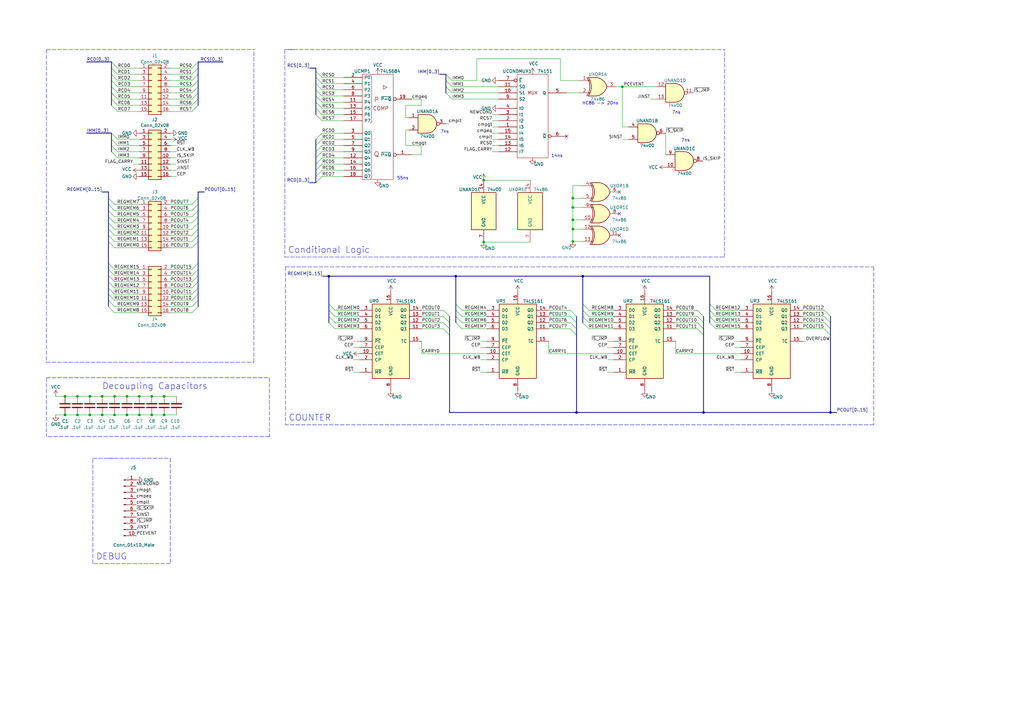
<source format=kicad_sch>
(kicad_sch (version 20211123) (generator eeschema)
  (paper "A3")
  (junction (at 234.95 99.06))
  (junction (at 62.23 162.56))
  (junction (at 340.614 169.164))
  (junction (at 41.91 170.18))
  (junction (at 186.944 113.284))
  (junction (at 134.874 113.284))
  (junction (at 31.75 170.18))
  (junction (at 31.75 162.56))
  (junction (at 234.95 81.28))
  (junction (at 234.95 93.98))
  (junction (at 234.95 90.17))
  (junction (at 67.31 170.18))
  (junction (at 255.27 35.56))
  (junction (at 52.07 162.56))
  (junction (at 46.99 170.18))
  (junction (at 36.83 170.18))
  (junction (at 239.014 113.284))
  (junction (at 26.67 170.18))
  (junction (at 57.15 170.18))
  (junction (at 236.474 169.164))
  (junction (at 41.91 162.56))
  (junction (at 52.07 170.18))
  (junction (at 198.374 73.914))
  (junction (at 57.15 162.56))
  (junction (at 288.544 169.164))
  (junction (at 36.83 162.56))
  (junction (at 234.95 85.09))
  (junction (at 67.31 162.56))
  (junction (at 198.374 99.314))
  (junction (at 26.67 162.56))
  (junction (at 46.99 162.56))
  (junction (at 62.23 170.18))
  (no_connect (at 254 78.74))
  (no_connect (at 232.41 55.88))
  (no_connect (at 254 87.63))
  (no_connect (at 254 96.52))
  (bus_entry (at 45.72 35.56) (size 2.54 2.54))
  (bus_entry (at 81.28 40.64) (size -2.54 2.54))
  (bus_entry (at 81.28 27.94) (size -2.54 2.54))
  (bus_entry (at 48.26 57.15) (size -2.54 -2.54))
  (bus_entry (at 78.74 125.73) (size 2.54 -2.54))
  (bus_entry (at 338.074 127.254) (size 2.54 2.54))
  (bus_entry (at 45.72 33.02) (size 2.54 2.54))
  (bus_entry (at 45.72 27.94) (size 2.54 2.54))
  (bus_entry (at 129.54 34.29) (size 2.54 2.54))
  (bus_entry (at 129.54 41.91) (size 2.54 2.54))
  (bus_entry (at 46.99 96.52) (size -2.54 -2.54))
  (bus_entry (at 78.74 123.19) (size 2.54 -2.54))
  (bus_entry (at 134.874 132.334) (size 2.54 2.54))
  (bus_entry (at 78.74 118.11) (size 2.54 -2.54))
  (bus_entry (at 78.74 96.52) (size 2.54 -2.54))
  (bus_entry (at 44.45 120.65) (size 2.54 2.54))
  (bus_entry (at 338.074 129.794) (size 2.54 2.54))
  (bus_entry (at 129.54 31.75) (size 2.54 2.54))
  (bus_entry (at 186.944 129.794) (size 2.54 2.54))
  (bus_entry (at 186.944 127.254) (size 2.54 2.54))
  (bus_entry (at 291.084 132.334) (size 2.54 2.54))
  (bus_entry (at 185.42 35.56) (size -2.54 -2.54))
  (bus_entry (at 44.45 123.19) (size 2.54 2.54))
  (bus_entry (at 291.084 127.254) (size 2.54 2.54))
  (bus_entry (at 78.74 101.6) (size 2.54 -2.54))
  (bus_entry (at 129.54 36.83) (size 2.54 2.54))
  (bus_entry (at 44.45 110.49) (size 2.54 2.54))
  (bus_entry (at 45.72 43.18) (size 2.54 2.54))
  (bus_entry (at 129.54 72.39) (size 2.54 -2.54))
  (bus_entry (at 286.004 129.794) (size 2.54 2.54))
  (bus_entry (at 286.004 134.874) (size 2.54 2.54))
  (bus_entry (at 129.54 44.45) (size 2.54 2.54))
  (bus_entry (at 78.74 83.82) (size 2.54 -2.54))
  (bus_entry (at 286.004 132.334) (size 2.54 2.54))
  (bus_entry (at 286.004 127.254) (size 2.54 2.54))
  (bus_entry (at 81.28 30.48) (size -2.54 2.54))
  (bus_entry (at 81.28 35.56) (size -2.54 2.54))
  (bus_entry (at 129.54 69.85) (size 2.54 -2.54))
  (bus_entry (at 134.874 124.714) (size 2.54 2.54))
  (bus_entry (at 291.084 129.794) (size 2.54 2.54))
  (bus_entry (at 233.934 132.334) (size 2.54 2.54))
  (bus_entry (at 186.944 124.714) (size 2.54 2.54))
  (bus_entry (at 129.54 29.21) (size 2.54 2.54))
  (bus_entry (at 78.74 113.03) (size 2.54 -2.54))
  (bus_entry (at 46.99 101.6) (size -2.54 -2.54))
  (bus_entry (at 78.74 91.44) (size 2.54 -2.54))
  (bus_entry (at 46.99 83.82) (size -2.54 -2.54))
  (bus_entry (at 78.74 86.36) (size 2.54 -2.54))
  (bus_entry (at 45.72 30.48) (size 2.54 2.54))
  (bus_entry (at 45.72 25.4) (size 2.54 2.54))
  (bus_entry (at 185.42 38.1) (size -2.54 -2.54))
  (bus_entry (at 48.26 59.69) (size -2.54 -2.54))
  (bus_entry (at 233.934 127.254) (size 2.54 2.54))
  (bus_entry (at 186.944 132.334) (size 2.54 2.54))
  (bus_entry (at 233.934 134.874) (size 2.54 2.54))
  (bus_entry (at 338.074 132.334) (size 2.54 2.54))
  (bus_entry (at 48.26 64.77) (size -2.54 -2.54))
  (bus_entry (at 44.45 113.03) (size 2.54 2.54))
  (bus_entry (at 46.99 91.44) (size -2.54 -2.54))
  (bus_entry (at 181.864 127.254) (size 2.54 2.54))
  (bus_entry (at 78.74 115.57) (size 2.54 -2.54))
  (bus_entry (at 44.45 118.11) (size 2.54 2.54))
  (bus_entry (at 45.72 40.64) (size 2.54 2.54))
  (bus_entry (at 78.74 93.98) (size 2.54 -2.54))
  (bus_entry (at 78.74 88.9) (size 2.54 -2.54))
  (bus_entry (at 46.99 88.9) (size -2.54 -2.54))
  (bus_entry (at 239.014 129.794) (size 2.54 2.54))
  (bus_entry (at 129.54 74.93) (size 2.54 -2.54))
  (bus_entry (at 338.074 134.874) (size 2.54 2.54))
  (bus_entry (at 129.54 46.99) (size 2.54 2.54))
  (bus_entry (at 239.014 127.254) (size 2.54 2.54))
  (bus_entry (at 44.45 115.57) (size 2.54 2.54))
  (bus_entry (at 46.99 93.98) (size -2.54 -2.54))
  (bus_entry (at 291.084 124.714) (size 2.54 2.54))
  (bus_entry (at 81.28 33.02) (size -2.54 2.54))
  (bus_entry (at 129.54 64.77) (size 2.54 -2.54))
  (bus_entry (at 129.54 62.23) (size 2.54 -2.54))
  (bus_entry (at 78.74 110.49) (size 2.54 -2.54))
  (bus_entry (at 81.28 43.18) (size -2.54 2.54))
  (bus_entry (at 46.99 86.36) (size -2.54 -2.54))
  (bus_entry (at 129.54 57.15) (size 2.54 -2.54))
  (bus_entry (at 181.864 129.794) (size 2.54 2.54))
  (bus_entry (at 181.864 134.874) (size 2.54 2.54))
  (bus_entry (at 181.864 132.334) (size 2.54 2.54))
  (bus_entry (at 134.874 129.794) (size 2.54 2.54))
  (bus_entry (at 239.014 124.714) (size 2.54 2.54))
  (bus_entry (at 239.014 132.334) (size 2.54 2.54))
  (bus_entry (at 45.72 38.1) (size 2.54 2.54))
  (bus_entry (at 78.74 99.06) (size 2.54 -2.54))
  (bus_entry (at 129.54 59.69) (size 2.54 -2.54))
  (bus_entry (at 78.74 120.65) (size 2.54 -2.54))
  (bus_entry (at 129.54 67.31) (size 2.54 -2.54))
  (bus_entry (at 134.874 127.254) (size 2.54 2.54))
  (bus_entry (at 233.934 129.794) (size 2.54 2.54))
  (bus_entry (at 78.74 128.27) (size 2.54 -2.54))
  (bus_entry (at 81.28 38.1) (size -2.54 2.54))
  (bus_entry (at 44.45 125.73) (size 2.54 2.54))
  (bus_entry (at 48.26 62.23) (size -2.54 -2.54))
  (bus_entry (at 129.54 39.37) (size 2.54 2.54))
  (bus_entry (at 185.42 33.02) (size -2.54 -2.54))
  (bus_entry (at 44.45 107.95) (size 2.54 2.54))
  (bus_entry (at 46.99 99.06) (size -2.54 -2.54))
  (bus_entry (at 81.28 25.4) (size -2.54 2.54))
  (bus_entry (at 185.42 40.64) (size -2.54 -2.54))
  (wire (pts (xy 234.95 90.17) (xy 238.76 90.17)))
  (wire (pts (xy 132.08 57.15) (xy 140.97 57.15)))
  (wire (pts (xy 195.58 24.13) (xy 195.58 33.02)))
  (bus (pts (xy 81.28 78.74) (xy 83.82 78.74)))
  (wire (pts (xy 166.37 48.26) (xy 166.37 43.18)))
  (bus (pts (xy 291.084 113.284) (xy 291.084 124.714)))
  (wire (pts (xy 189.484 129.794) (xy 199.644 129.794)))
  (bus (pts (xy 45.72 59.69) (xy 45.72 62.23)))
  (bus (pts (xy 81.28 78.74) (xy 81.28 81.28)))
  (polyline (pts (xy 110.49 179.07) (xy 19.05 179.07)))
  (wire (pts (xy 36.83 162.56) (xy 41.91 162.56)))
  (wire (pts (xy 132.08 39.37) (xy 140.97 39.37)))
  (bus (pts (xy 184.404 132.334) (xy 184.404 134.874)))
  (wire (pts (xy 78.74 35.56) (xy 69.85 35.56)))
  (wire (pts (xy 132.08 34.29) (xy 140.97 34.29)))
  (bus (pts (xy 134.874 124.714) (xy 134.874 127.254)))
  (bus (pts (xy 184.404 129.794) (xy 184.404 132.334)))
  (wire (pts (xy 252.73 35.56) (xy 255.27 35.56)))
  (bus (pts (xy 81.28 93.98) (xy 81.28 96.52)))
  (wire (pts (xy 145.034 142.494) (xy 147.574 142.494)))
  (bus (pts (xy 44.45 83.82) (xy 44.45 86.36)))
  (wire (pts (xy 255.27 52.07) (xy 255.27 35.56)))
  (wire (pts (xy 329.184 134.874) (xy 338.074 134.874)))
  (polyline (pts (xy 19.05 148.59) (xy 104.14 148.59)))
  (bus (pts (xy 236.474 132.334) (xy 236.474 134.874)))
  (wire (pts (xy 201.93 54.61) (xy 204.47 54.61)))
  (wire (pts (xy 225.044 145.034) (xy 225.044 139.954)))
  (wire (pts (xy 189.484 132.334) (xy 199.644 132.334)))
  (wire (pts (xy 145.034 147.574) (xy 147.574 147.574)))
  (wire (pts (xy 69.85 123.19) (xy 78.74 123.19)))
  (wire (pts (xy 69.85 99.06) (xy 78.74 99.06)))
  (wire (pts (xy 241.554 129.794) (xy 251.714 129.794)))
  (wire (pts (xy 48.26 38.1) (xy 57.15 38.1)))
  (wire (pts (xy 184.15 50.8) (xy 182.88 50.8)))
  (wire (pts (xy 69.85 86.36) (xy 78.74 86.36)))
  (wire (pts (xy 78.74 45.72) (xy 69.85 45.72)))
  (bus (pts (xy 127 74.93) (xy 129.54 74.93)))
  (polyline (pts (xy 19.05 154.94) (xy 110.49 154.94)))
  (bus (pts (xy 340.614 137.414) (xy 340.614 169.164)))
  (wire (pts (xy 257.81 52.07) (xy 255.27 52.07)))
  (wire (pts (xy 78.74 40.64) (xy 69.85 40.64)))
  (wire (pts (xy 69.85 72.39) (xy 72.39 72.39)))
  (bus (pts (xy 41.91 78.74) (xy 44.45 78.74)))
  (bus (pts (xy 81.28 96.52) (xy 81.28 99.06)))
  (wire (pts (xy 234.95 76.2) (xy 238.76 76.2)))
  (wire (pts (xy 225.044 132.334) (xy 233.934 132.334)))
  (bus (pts (xy 291.084 124.714) (xy 291.084 127.254)))
  (wire (pts (xy 57.15 101.6) (xy 46.99 101.6)))
  (bus (pts (xy 81.28 81.28) (xy 81.28 83.82)))
  (wire (pts (xy 137.414 127.254) (xy 147.574 127.254)))
  (bus (pts (xy 129.54 67.31) (xy 129.54 64.77)))
  (wire (pts (xy 168.91 40.64) (xy 172.72 40.64)))
  (wire (pts (xy 166.37 53.34) (xy 167.64 53.34)))
  (bus (pts (xy 44.45 91.44) (xy 44.45 93.98)))
  (wire (pts (xy 277.114 127.254) (xy 286.004 127.254)))
  (bus (pts (xy 129.54 59.69) (xy 129.54 57.15)))
  (bus (pts (xy 239.014 127.254) (xy 239.014 129.794)))
  (wire (pts (xy 46.99 88.9) (xy 57.15 88.9)))
  (polyline (pts (xy 116.84 105.41) (xy 297.18 105.41)))
  (wire (pts (xy 69.85 88.9) (xy 78.74 88.9)))
  (polyline (pts (xy 110.49 154.94) (xy 110.49 179.07)))
  (wire (pts (xy 69.85 110.49) (xy 78.74 110.49)))
  (wire (pts (xy 132.08 36.83) (xy 140.97 36.83)))
  (wire (pts (xy 273.05 63.5) (xy 273.05 54.61)))
  (wire (pts (xy 132.08 54.61) (xy 140.97 54.61)))
  (wire (pts (xy 57.15 64.77) (xy 48.26 64.77)))
  (wire (pts (xy 255.27 35.56) (xy 269.24 35.56)))
  (wire (pts (xy 293.624 127.254) (xy 303.784 127.254)))
  (bus (pts (xy 184.404 134.874) (xy 184.404 137.414)))
  (wire (pts (xy 201.93 57.15) (xy 204.47 57.15)))
  (bus (pts (xy 44.45 96.52) (xy 44.45 99.06)))
  (wire (pts (xy 185.42 40.64) (xy 204.47 40.64)))
  (bus (pts (xy 129.54 29.21) (xy 129.54 31.75)))
  (wire (pts (xy 201.93 62.23) (xy 204.47 62.23)))
  (wire (pts (xy 48.26 35.56) (xy 57.15 35.56)))
  (wire (pts (xy 46.99 123.19) (xy 57.15 123.19)))
  (bus (pts (xy 129.54 44.45) (xy 129.54 46.99)))
  (wire (pts (xy 57.15 57.15) (xy 48.26 57.15)))
  (bus (pts (xy 291.084 129.794) (xy 291.084 132.334)))
  (wire (pts (xy 277.114 132.334) (xy 286.004 132.334)))
  (bus (pts (xy 129.54 31.75) (xy 129.54 34.29)))
  (wire (pts (xy 225.044 127.254) (xy 233.934 127.254)))
  (bus (pts (xy 186.944 124.714) (xy 186.944 127.254)))
  (wire (pts (xy 132.08 46.99) (xy 140.97 46.99)))
  (bus (pts (xy 44.45 110.49) (xy 44.45 113.03)))
  (wire (pts (xy 57.15 170.18) (xy 52.07 170.18)))
  (wire (pts (xy 137.414 132.334) (xy 147.574 132.334)))
  (wire (pts (xy 31.75 170.18) (xy 26.67 170.18)))
  (bus (pts (xy 340.614 132.334) (xy 340.614 134.874)))
  (bus (pts (xy 45.72 35.56) (xy 45.72 38.1)))
  (wire (pts (xy 69.85 101.6) (xy 78.74 101.6)))
  (bus (pts (xy 127 27.94) (xy 129.54 27.94)))
  (bus (pts (xy 182.88 30.48) (xy 180.34 30.48)))
  (bus (pts (xy 129.54 34.29) (xy 129.54 36.83)))
  (wire (pts (xy 46.99 170.18) (xy 41.91 170.18)))
  (bus (pts (xy 45.72 33.02) (xy 45.72 35.56)))
  (wire (pts (xy 172.974 129.794) (xy 181.864 129.794)))
  (wire (pts (xy 198.374 73.914) (xy 217.424 73.914)))
  (bus (pts (xy 44.45 120.65) (xy 44.45 123.19)))
  (bus (pts (xy 45.72 25.4) (xy 45.72 27.94)))
  (wire (pts (xy 132.08 69.85) (xy 140.97 69.85)))
  (wire (pts (xy 72.39 64.77) (xy 69.85 64.77)))
  (bus (pts (xy 81.28 88.9) (xy 81.28 91.44)))
  (wire (pts (xy 277.114 129.794) (xy 286.004 129.794)))
  (wire (pts (xy 46.99 115.57) (xy 57.15 115.57)))
  (bus (pts (xy 129.54 41.91) (xy 129.54 44.45)))
  (wire (pts (xy 232.41 38.1) (xy 237.49 38.1)))
  (wire (pts (xy 301.244 152.654) (xy 303.784 152.654)))
  (bus (pts (xy 81.28 30.48) (xy 81.28 33.02)))
  (bus (pts (xy 236.474 134.874) (xy 236.474 137.414)))
  (wire (pts (xy 57.15 62.23) (xy 48.26 62.23)))
  (wire (pts (xy 241.554 132.334) (xy 251.714 132.334)))
  (wire (pts (xy 72.39 62.23) (xy 69.85 62.23)))
  (bus (pts (xy 239.014 124.714) (xy 239.014 127.254)))
  (wire (pts (xy 201.93 52.07) (xy 204.47 52.07)))
  (wire (pts (xy 293.624 134.874) (xy 303.784 134.874)))
  (wire (pts (xy 72.39 59.69) (xy 69.85 59.69)))
  (wire (pts (xy 293.624 129.794) (xy 303.784 129.794)))
  (wire (pts (xy 167.64 48.26) (xy 166.37 48.26)))
  (bus (pts (xy 340.614 134.874) (xy 340.614 137.414)))
  (bus (pts (xy 81.28 83.82) (xy 81.28 86.36)))
  (wire (pts (xy 78.74 38.1) (xy 69.85 38.1)))
  (bus (pts (xy 129.54 39.37) (xy 129.54 41.91)))
  (polyline (pts (xy 69.85 231.14) (xy 38.1 231.14)))
  (wire (pts (xy 72.39 69.85) (xy 69.85 69.85)))
  (wire (pts (xy 69.85 93.98) (xy 78.74 93.98)))
  (polyline (pts (xy 19.05 154.94) (xy 19.05 179.07)))
  (wire (pts (xy 41.91 162.56) (xy 46.99 162.56)))
  (wire (pts (xy 57.15 170.18) (xy 62.23 170.18)))
  (wire (pts (xy 255.27 57.15) (xy 257.81 57.15)))
  (polyline (pts (xy 358.394 174.244) (xy 117.094 174.244)))
  (bus (pts (xy 44.45 93.98) (xy 44.45 96.52)))
  (bus (pts (xy 129.54 72.39) (xy 129.54 69.85)))
  (polyline (pts (xy 19.05 20.32) (xy 19.05 148.59)))
  (wire (pts (xy 78.74 30.48) (xy 69.85 30.48)))
  (wire (pts (xy 197.104 147.574) (xy 199.644 147.574)))
  (bus (pts (xy 81.28 99.06) (xy 81.28 107.95)))
  (wire (pts (xy 46.99 110.49) (xy 57.15 110.49)))
  (bus (pts (xy 45.72 57.15) (xy 45.72 59.69)))
  (wire (pts (xy 145.034 152.654) (xy 147.574 152.654)))
  (polyline (pts (xy 117.094 109.474) (xy 117.094 174.244)))
  (wire (pts (xy 172.974 134.874) (xy 181.864 134.874)))
  (wire (pts (xy 57.15 59.69) (xy 48.26 59.69)))
  (wire (pts (xy 46.99 96.52) (xy 57.15 96.52)))
  (bus (pts (xy 186.944 129.794) (xy 186.944 132.334)))
  (wire (pts (xy 48.26 33.02) (xy 57.15 33.02)))
  (wire (pts (xy 301.244 142.494) (xy 303.784 142.494)))
  (wire (pts (xy 234.95 81.28) (xy 238.76 81.28)))
  (wire (pts (xy 172.974 139.954) (xy 172.974 145.034)))
  (bus (pts (xy 81.28 86.36) (xy 81.28 88.9)))
  (bus (pts (xy 236.474 169.164) (xy 288.544 169.164)))
  (wire (pts (xy 234.95 93.98) (xy 234.95 99.06)))
  (wire (pts (xy 197.104 139.954) (xy 199.644 139.954)))
  (wire (pts (xy 46.99 99.06) (xy 57.15 99.06)))
  (bus (pts (xy 44.45 88.9) (xy 44.45 91.44)))
  (bus (pts (xy 288.544 134.874) (xy 288.544 137.414)))
  (bus (pts (xy 44.45 78.74) (xy 44.45 81.28)))
  (bus (pts (xy 81.28 91.44) (xy 81.28 93.98)))
  (wire (pts (xy 41.91 170.18) (xy 36.83 170.18)))
  (wire (pts (xy 234.95 85.09) (xy 238.76 85.09)))
  (bus (pts (xy 236.474 129.794) (xy 236.474 132.334)))
  (wire (pts (xy 132.08 49.53) (xy 140.97 49.53)))
  (wire (pts (xy 22.86 162.56) (xy 26.67 162.56)))
  (wire (pts (xy 48.26 43.18) (xy 57.15 43.18)))
  (bus (pts (xy 81.28 113.03) (xy 81.28 115.57)))
  (bus (pts (xy 81.28 110.49) (xy 81.28 113.03)))
  (wire (pts (xy 72.39 67.31) (xy 69.85 67.31)))
  (bus (pts (xy 182.88 30.48) (xy 182.88 33.02)))
  (bus (pts (xy 236.474 137.414) (xy 236.474 169.164)))
  (wire (pts (xy 46.99 93.98) (xy 57.15 93.98)))
  (wire (pts (xy 266.7 40.64) (xy 269.24 40.64)))
  (bus (pts (xy 134.874 127.254) (xy 134.874 129.794)))
  (wire (pts (xy 195.58 33.02) (xy 185.42 33.02)))
  (wire (pts (xy 46.99 118.11) (xy 57.15 118.11)))
  (bus (pts (xy 182.88 35.56) (xy 182.88 38.1)))
  (wire (pts (xy 198.374 99.314) (xy 217.424 99.314)))
  (wire (pts (xy 46.99 162.56) (xy 52.07 162.56)))
  (wire (pts (xy 69.85 120.65) (xy 78.74 120.65)))
  (wire (pts (xy 234.95 99.06) (xy 238.76 99.06)))
  (wire (pts (xy 132.08 62.23) (xy 140.97 62.23)))
  (wire (pts (xy 329.184 127.254) (xy 338.074 127.254)))
  (bus (pts (xy 81.28 35.56) (xy 81.28 38.1)))
  (wire (pts (xy 234.95 76.2) (xy 234.95 81.28)))
  (wire (pts (xy 69.85 118.11) (xy 78.74 118.11)))
  (wire (pts (xy 36.83 170.18) (xy 31.75 170.18)))
  (wire (pts (xy 277.114 139.954) (xy 277.114 145.034)))
  (wire (pts (xy 52.07 170.18) (xy 46.99 170.18)))
  (bus (pts (xy 44.45 81.28) (xy 44.45 83.82)))
  (wire (pts (xy 201.93 59.69) (xy 204.47 59.69)))
  (bus (pts (xy 291.084 127.254) (xy 291.084 129.794)))
  (wire (pts (xy 57.15 162.56) (xy 62.23 162.56)))
  (wire (pts (xy 172.72 40.64) (xy 172.72 43.18)))
  (wire (pts (xy 172.974 132.334) (xy 181.864 132.334)))
  (bus (pts (xy 239.014 129.794) (xy 239.014 132.334)))
  (wire (pts (xy 249.174 139.954) (xy 251.714 139.954)))
  (bus (pts (xy 44.45 118.11) (xy 44.45 120.65)))
  (bus (pts (xy 129.54 62.23) (xy 129.54 59.69)))
  (bus (pts (xy 44.45 99.06) (xy 44.45 107.95)))
  (wire (pts (xy 132.08 41.91) (xy 140.97 41.91)))
  (bus (pts (xy 44.45 107.95) (xy 44.45 110.49)))
  (wire (pts (xy 69.85 113.03) (xy 78.74 113.03)))
  (wire (pts (xy 277.114 145.034) (xy 303.784 145.034)))
  (bus (pts (xy 81.28 27.94) (xy 81.28 30.48)))
  (bus (pts (xy 81.28 107.95) (xy 81.28 110.49)))
  (bus (pts (xy 129.54 64.77) (xy 129.54 62.23)))
  (bus (pts (xy 134.874 129.794) (xy 134.874 132.334)))
  (polyline (pts (xy 116.84 20.32) (xy 116.84 105.41)))
  (wire (pts (xy 241.554 127.254) (xy 251.714 127.254)))
  (wire (pts (xy 185.42 38.1) (xy 204.47 38.1)))
  (wire (pts (xy 46.99 125.73) (xy 57.15 125.73)))
  (polyline (pts (xy 104.14 148.59) (xy 104.14 20.32)))
  (polyline (pts (xy 117.094 109.474) (xy 358.394 109.474)))
  (wire (pts (xy 145.034 139.954) (xy 147.574 139.954)))
  (bus (pts (xy 44.45 123.19) (xy 44.45 125.73)))
  (wire (pts (xy 62.23 162.56) (xy 67.31 162.56)))
  (polyline (pts (xy 358.394 109.474) (xy 358.394 174.244)))
  (wire (pts (xy 132.08 72.39) (xy 140.97 72.39)))
  (bus (pts (xy 340.614 129.794) (xy 340.614 132.334)))
  (bus (pts (xy 182.88 33.02) (xy 182.88 35.56)))
  (wire (pts (xy 172.974 145.034) (xy 199.644 145.034)))
  (wire (pts (xy 67.31 170.18) (xy 62.23 170.18)))
  (wire (pts (xy 132.08 31.75) (xy 140.97 31.75)))
  (wire (pts (xy 48.26 30.48) (xy 57.15 30.48)))
  (bus (pts (xy 288.544 132.334) (xy 288.544 134.874)))
  (wire (pts (xy 52.07 162.56) (xy 57.15 162.56)))
  (polyline (pts (xy 38.1 187.96) (xy 46.99 187.96)))
  (polyline (pts (xy 69.85 187.96) (xy 69.85 231.14)))
  (wire (pts (xy 69.85 91.44) (xy 78.74 91.44)))
  (bus (pts (xy 81.28 33.02) (xy 81.28 35.56)))
  (bus (pts (xy 81.28 25.4) (xy 91.44 25.4)))
  (wire (pts (xy 241.554 134.874) (xy 251.714 134.874)))
  (wire (pts (xy 189.484 127.254) (xy 199.644 127.254)))
  (bus (pts (xy 132.334 113.284) (xy 134.874 113.284)))
  (wire (pts (xy 69.85 125.73) (xy 78.74 125.73)))
  (wire (pts (xy 225.044 134.874) (xy 233.934 134.874)))
  (wire (pts (xy 48.26 40.64) (xy 57.15 40.64)))
  (wire (pts (xy 301.244 147.574) (xy 303.784 147.574)))
  (wire (pts (xy 166.37 43.18) (xy 172.72 43.18)))
  (bus (pts (xy 129.54 74.93) (xy 129.54 72.39)))
  (wire (pts (xy 229.87 33.02) (xy 229.87 24.13)))
  (bus (pts (xy 44.45 115.57) (xy 44.45 118.11)))
  (wire (pts (xy 197.104 142.494) (xy 199.644 142.494)))
  (bus (pts (xy 81.28 115.57) (xy 81.28 118.11)))
  (wire (pts (xy 168.91 63.5) (xy 172.72 63.5)))
  (wire (pts (xy 277.114 134.874) (xy 286.004 134.874)))
  (bus (pts (xy 45.72 54.61) (xy 35.56 54.61)))
  (bus (pts (xy 129.54 69.85) (xy 129.54 67.31)))
  (wire (pts (xy 48.26 27.94) (xy 57.15 27.94)))
  (wire (pts (xy 78.74 27.94) (xy 69.85 27.94)))
  (polyline (pts (xy 118.11 20.32) (xy 297.18 20.32)))
  (wire (pts (xy 225.044 129.794) (xy 233.934 129.794)))
  (wire (pts (xy 26.67 170.18) (xy 22.86 170.18)))
  (wire (pts (xy 137.414 134.874) (xy 147.574 134.874)))
  (bus (pts (xy 81.28 118.11) (xy 81.28 120.65)))
  (wire (pts (xy 172.72 59.69) (xy 166.37 59.69)))
  (wire (pts (xy 69.85 83.82) (xy 78.74 83.82)))
  (bus (pts (xy 186.944 127.254) (xy 186.944 129.794)))
  (wire (pts (xy 237.49 33.02) (xy 229.87 33.02)))
  (bus (pts (xy 44.45 113.03) (xy 44.45 115.57)))
  (wire (pts (xy 172.974 127.254) (xy 181.864 127.254)))
  (wire (pts (xy 46.99 120.65) (xy 57.15 120.65)))
  (bus (pts (xy 184.404 137.414) (xy 184.404 169.164)))
  (bus (pts (xy 184.404 169.164) (xy 236.474 169.164)))
  (bus (pts (xy 340.614 169.164) (xy 343.154 169.164)))
  (bus (pts (xy 288.544 169.164) (xy 340.614 169.164)))
  (polyline (pts (xy 120.65 20.32) (xy 116.84 20.32)))
  (wire (pts (xy 132.08 44.45) (xy 140.97 44.45)))
  (wire (pts (xy 172.72 63.5) (xy 172.72 59.69)))
  (wire (pts (xy 329.184 139.954) (xy 330.454 139.954)))
  (wire (pts (xy 54.61 67.31) (xy 57.15 67.31)))
  (polyline (pts (xy 19.05 20.32) (xy 104.14 20.32)))
  (wire (pts (xy 293.624 132.334) (xy 303.784 132.334)))
  (bus (pts (xy 45.72 38.1) (xy 45.72 40.64)))
  (wire (pts (xy 234.95 90.17) (xy 234.95 93.98)))
  (wire (pts (xy 46.99 86.36) (xy 57.15 86.36)))
  (wire (pts (xy 69.85 96.52) (xy 78.74 96.52)))
  (bus (pts (xy 288.544 129.794) (xy 288.544 132.334)))
  (wire (pts (xy 166.37 59.69) (xy 166.37 53.34)))
  (bus (pts (xy 45.72 27.94) (xy 45.72 30.48)))
  (bus (pts (xy 81.28 40.64) (xy 81.28 43.18)))
  (wire (pts (xy 229.87 24.13) (xy 195.58 24.13)))
  (bus (pts (xy 44.45 86.36) (xy 44.45 88.9)))
  (bus (pts (xy 129.54 36.83) (xy 129.54 39.37)))
  (polyline (pts (xy 38.1 231.14) (xy 38.1 187.96)))
  (bus (pts (xy 45.72 30.48) (xy 45.72 33.02)))
  (bus (pts (xy 186.944 113.284) (xy 239.014 113.284)))
  (wire (pts (xy 72.39 170.18) (xy 67.31 170.18)))
  (wire (pts (xy 46.99 91.44) (xy 57.15 91.44)))
  (bus (pts (xy 81.28 25.4) (xy 81.28 27.94)))
  (bus (pts (xy 134.874 113.284) (xy 134.874 124.714)))
  (wire (pts (xy 132.08 59.69) (xy 140.97 59.69)))
  (bus (pts (xy 81.28 123.19) (xy 81.28 125.73)))
  (wire (pts (xy 329.184 132.334) (xy 338.074 132.334)))
  (wire (pts (xy 185.42 35.56) (xy 204.47 35.56)))
  (bus (pts (xy 45.72 40.64) (xy 45.72 43.18)))
  (bus (pts (xy 45.72 54.61) (xy 45.72 57.15)))
  (wire (pts (xy 249.174 142.494) (xy 251.714 142.494)))
  (wire (pts (xy 329.184 129.794) (xy 338.074 129.794)))
  (bus (pts (xy 45.72 25.4) (xy 35.56 25.4)))
  (wire (pts (xy 132.08 64.77) (xy 140.97 64.77)))
  (wire (pts (xy 234.95 81.28) (xy 234.95 85.09)))
  (wire (pts (xy 78.74 33.02) (xy 69.85 33.02)))
  (wire (pts (xy 72.39 162.56) (xy 67.31 162.56)))
  (wire (pts (xy 132.08 67.31) (xy 140.97 67.31)))
  (wire (pts (xy 234.95 85.09) (xy 234.95 90.17)))
  (polyline (pts (xy 297.18 105.41) (xy 297.18 20.32)))
  (bus (pts (xy 81.28 38.1) (xy 81.28 40.64)))
  (wire (pts (xy 249.174 152.654) (xy 251.714 152.654)))
  (wire (pts (xy 46.99 83.82) (xy 57.15 83.82)))
  (wire (pts (xy 78.74 43.18) (xy 69.85 43.18)))
  (bus (pts (xy 239.014 113.284) (xy 291.084 113.284)))
  (wire (pts (xy 197.104 152.654) (xy 199.644 152.654)))
  (polyline (pts (xy 44.45 187.96) (xy 69.85 187.96)))
  (wire (pts (xy 201.93 46.99) (xy 204.47 46.99)))
  (wire (pts (xy 225.044 145.034) (xy 251.714 145.034)))
  (wire (pts (xy 69.85 128.27) (xy 78.74 128.27)))
  (wire (pts (xy 137.414 129.794) (xy 147.574 129.794)))
  (wire (pts (xy 249.174 147.574) (xy 251.714 147.574)))
  (wire (pts (xy 31.75 162.56) (xy 36.83 162.56)))
  (bus (pts (xy 134.874 113.284) (xy 186.944 113.284)))
  (wire (pts (xy 46.99 113.03) (xy 57.15 113.03)))
  (bus (pts (xy 81.28 120.65) (xy 81.28 123.19)))
  (wire (pts (xy 201.93 49.53) (xy 204.47 49.53)))
  (wire (pts (xy 69.85 115.57) (xy 78.74 115.57)))
  (bus (pts (xy 239.014 113.284) (xy 239.014 124.714)))
  (wire (pts (xy 26.67 162.56) (xy 31.75 162.56)))
  (wire (pts (xy 234.95 93.98) (xy 238.76 93.98)))
  (bus (pts (xy 129.54 27.94) (xy 129.54 29.21)))
  (wire (pts (xy 48.26 45.72) (xy 57.15 45.72)))
  (bus (pts (xy 186.944 113.284) (xy 186.944 124.714)))
  (bus (pts (xy 288.544 137.414) (xy 288.544 169.164)))
  (wire (pts (xy 46.99 128.27) (xy 57.15 128.27)))
  (wire (pts (xy 301.244 139.954) (xy 303.784 139.954)))
  (wire (pts (xy 189.484 134.874) (xy 199.644 134.874)))
  (text "7ns" (at 279.4 58.42 0) (effects (font (size 1.27 1.27)) (justify left bottom)))
  (text "55ns" (at 162.814 73.914 0) (effects (font (size 1.27 1.27)) (justify left bottom)))
  (text "Decoupling Capacitors" (at 41.91 160.02 0) (effects (font (size 2.54 2.54)) (justify left bottom)))
  (text "DEBUG" (at 39.37 229.87 0) (effects (font (size 2.54 2.54)) (justify left bottom)))
  (text "COUNTER" (at 118.364 172.974 0) (effects (font (size 2.54 2.54)) (justify left bottom)))
  (text "HC86 -> 20ns" (at 238.76 43.18 0) (effects (font (size 1.27 1.27)) (justify left bottom)))
  (text "Conditional Logic" (at 118.11 104.14 0) (effects (font (size 2.54 2.54)) (justify left bottom)))
  (text "14ns" (at 226.06 64.77 0) (effects (font (size 1.27 1.27)) (justify left bottom)))
  (text "7ns" (at 180.594 54.864 0) (effects (font (size 1.27 1.27)) (justify left bottom)))
  (text "7ns" (at 275.59 46.99 0) (effects (font (size 1.27 1.27)) (justify left bottom)))
  (label "IMM3" (at 185.42 40.64 0))
  (label "~{IS_SKIP}" (at 273.05 54.61 0))
  (label "RCS7" (at 78.74 45.72 180))
  (label "RCS7" (at 132.08 49.53 0))
  (label "RCD[0..3]" (at 35.56 25.4 0))
  (label "PCOUT9" (at 277.114 129.794 0))
  (label "CEP" (at 301.244 142.494 180))
  (label "NEWCOND" (at 201.93 46.99 180))
  (label "CARRY1" (at 225.044 145.034 0))
  (label "REGMEM2" (at 147.574 132.334 180))
  (label "IMM2" (at 48.26 62.23 0))
  (label "RCD7" (at 132.08 72.39 0))
  (label "REGMEM6" (at 57.15 86.36 180))
  (label "CEP" (at 197.104 142.494 180))
  (label "PCOUT2" (at 69.85 96.52 0))
  (label "REGMEM8" (at 251.714 127.254 180))
  (label "REGMEM0" (at 147.574 127.254 180))
  (label "REGMEM15" (at 57.15 110.49 180))
  (label "PCOUT[0..15]" (at 83.82 78.74 0))
  (label "FLAG_CARRY" (at 201.93 62.23 180))
  (label "IMM0" (at 185.42 33.02 0))
  (label "RCS0" (at 132.08 31.75 0))
  (label "RCS4" (at 78.74 38.1 180))
  (label "REGMEM4" (at 57.15 91.44 180))
  (label "RCS2" (at 78.74 33.02 180))
  (label "PCOUT3" (at 69.85 93.98 0))
  (label "REGMEM5" (at 199.644 129.794 180))
  (label "PCOUT12" (at 329.184 127.254 0))
  (label "CARRY0" (at 172.974 145.034 0))
  (label "RCD3" (at 132.08 62.23 0))
  (label "REGMEM10" (at 57.15 123.19 180))
  (label "~{RST}" (at 197.104 152.654 180))
  (label "~{IS_JMP}" (at 249.174 139.954 180))
  (label "PCOUT2" (at 172.974 132.334 0))
  (label "PCOUT8" (at 69.85 128.27 0))
  (label "PCOUT6" (at 69.85 86.36 0))
  (label "REGMEM14" (at 57.15 113.03 180))
  (label "IMM1" (at 48.26 59.69 0))
  (label "cmpgt" (at 55.88 201.93 0))
  (label "~{IS_JMP}" (at 55.88 214.63 0))
  (label "JINST" (at 266.7 40.64 180))
  (label "IMM[0..3]" (at 35.56 54.61 0))
  (label "RCS6" (at 132.08 46.99 0))
  (label "RCS5" (at 78.74 40.64 180))
  (label "SINST" (at 72.39 67.31 0))
  (label "cmpgt" (at 201.93 52.07 180))
  (label "PCOUT13" (at 69.85 115.57 0))
  (label "RCD5" (at 48.26 40.64 0))
  (label "CEP" (at 145.034 142.494 180))
  (label "IMM0" (at 48.26 57.15 0))
  (label "RCD4" (at 48.26 38.1 0))
  (label "PCOUT0" (at 172.974 127.254 0))
  (label "PCOUT10" (at 277.114 132.334 0))
  (label "RCD1" (at 48.26 30.48 0))
  (label "REGMEM3" (at 147.574 134.874 180))
  (label "cmplt" (at 201.93 57.15 180))
  (label "IMM1" (at 185.42 35.56 0))
  (label "PCOUT15" (at 69.85 110.49 0))
  (label "cmplt" (at 55.88 207.01 0))
  (label "~{IS_SKIP}" (at 55.88 209.55 0))
  (label "PCOUT4" (at 225.044 127.254 0))
  (label "IS_SKIP" (at 288.29 66.04 0))
  (label "REGMEM12" (at 57.15 118.11 180))
  (label "PCOUT5" (at 225.044 129.794 0))
  (label "REGMEM1" (at 57.15 99.06 180))
  (label "PCEVENT" (at 264.16 35.56 180))
  (label "REGMEM[0..15]" (at 41.91 78.74 180))
  (label "JINST" (at 55.88 217.17 0))
  (label "PCOUT9" (at 69.85 125.73 0))
  (label "SINST" (at 255.27 57.15 180))
  (label "PCOUT13" (at 329.184 129.794 0))
  (label "PCOUT8" (at 277.114 127.254 0))
  (label "RCS4" (at 132.08 41.91 0))
  (label "REGMEM6" (at 199.644 132.334 180))
  (label "PCEVENT" (at 55.88 219.71 0))
  (label "RCD[0..3]" (at 127 74.93 180))
  (label "CLK_WB" (at 72.39 62.23 0))
  (label "RCS3" (at 78.74 35.56 180))
  (label "REGMEM9" (at 57.15 125.73 180))
  (label "PCOUT12" (at 69.85 118.11 0))
  (label "PCOUT11" (at 277.114 134.874 0))
  (label "REGMEM0" (at 57.15 101.6 180))
  (label "RCD2" (at 132.08 59.69 0))
  (label "cmpeq" (at 201.93 54.61 180))
  (label "NEWCOND" (at 55.88 199.39 0))
  (label "~{RST}" (at 145.034 152.654 180))
  (label "RCD1" (at 132.08 57.15 0))
  (label "RCD5" (at 132.08 67.31 0))
  (label "RCD3" (at 48.26 35.56 0))
  (label "~{RST}" (at 301.244 152.654 180))
  (label "PCOUT1" (at 69.85 99.06 0))
  (label "REGMEM11" (at 57.15 120.65 180))
  (label "RCD0" (at 132.08 54.61 0))
  (label "REGMEM1" (at 147.574 129.794 180))
  (label "REGMEM13" (at 57.15 115.57 180))
  (label "REGMEM15" (at 303.784 134.874 180))
  (label "cmpeq" (at 168.91 40.64 0))
  (label "CARRY2" (at 277.114 145.034 0))
  (label "PCOUT1" (at 172.974 129.794 0))
  (label "RCS2" (at 132.08 36.83 0))
  (label "~{RST}" (at 249.174 152.654 180))
  (label "REGMEM10" (at 251.714 132.334 180))
  (label "RCD4" (at 132.08 64.77 0))
  (label "PCOUT10" (at 69.85 123.19 0))
  (label "REGMEM7" (at 199.644 134.874 180))
  (label "RCS0" (at 78.74 27.94 180))
  (label "PCOUT14" (at 69.85 113.03 0))
  (label "IMM3" (at 48.26 64.77 0))
  (label "PCOUT[0..15]" (at 343.154 169.164 0))
  (label "RCD7" (at 48.26 45.72 0))
  (label "~{IS_JMP}" (at 284.48 38.1 0))
  (label "OVERFLOW" (at 330.454 139.954 0))
  (label "REGMEM14" (at 303.784 132.334 180))
  (label "JINST" (at 72.39 69.85 0))
  (label "RCS5" (at 132.08 44.45 0))
  (label "RCD6" (at 132.08 69.85 0))
  (label "cmplt" (at 183.896 50.546 0))
  (label "REGMEM3" (at 57.15 93.98 180))
  (label "IS_SKIP" (at 72.39 64.77 0))
  (label "~{IS_JMP}" (at 301.244 139.954 180))
  (label "RCS0" (at 201.93 59.69 180))
  (label "REGMEM4" (at 199.644 127.254 180))
  (label "RCS7" (at 201.93 49.53 180))
  (label "PCOUT11" (at 69.85 120.65 0))
  (label "cmpeq" (at 55.88 204.47 0))
  (label "PCOUT4" (at 69.85 91.44 0))
  (label "IMM2" (at 185.42 38.1 0))
  (label "CEP" (at 72.39 72.39 0))
  (label "SINST" (at 55.88 212.09 0))
  (label "CEP" (at 249.174 142.494 180))
  (label "PCOUT15" (at 329.184 134.874 0))
  (label "PCOUT7" (at 69.85 83.82 0))
  (label "REGMEM12" (at 303.784 127.254 180))
  (label "REGMEM[0..15]" (at 132.334 113.284 180))
  (label "REGMEM8" (at 57.15 128.27 180))
  (label "RCS6" (at 78.74 43.18 180))
  (label "REGMEM11" (at 251.714 134.874 180))
  (label "PCOUT0" (at 69.85 101.6 0))
  (label "~{RST}" (at 72.39 59.69 0))
  (label "REGMEM13" (at 303.784 129.794 180))
  (label "PCOUT6" (at 225.044 132.334 0))
  (label "CLK_WB" (at 249.174 147.574 180))
  (label "REGMEM5" (at 57.15 88.9 180))
  (label "RCS[0..3]" (at 91.44 25.4 180))
  (label "RCS1" (at 132.08 34.29 0))
  (label "PCOUT7" (at 225.044 134.874 0))
  (label "RCS3" (at 132.08 39.37 0))
  (label "PCOUT3" (at 172.974 134.874 0))
  (label "FLAG_CARRY" (at 54.61 67.31 180))
  (label "RCS1" (at 78.74 30.48 180))
  (label "cmpgt" (at 168.91 59.69 0))
  (label "~{IS_JMP}" (at 197.104 139.954 180))
  (label "REGMEM9" (at 251.714 129.794 180))
  (label "IMM[0..3]" (at 180.34 30.48 180))
  (label "PCOUT14" (at 329.184 132.334 0))
  (label "PCOUT5" (at 69.85 88.9 0))
  (label "RCD6" (at 48.26 43.18 0))
  (label "RCD2" (at 48.26 33.02 0))
  (label "RCD0" (at 48.26 27.94 0))
  (label "REGMEM7" (at 57.15 83.82 180))
  (label "~{IS_JMP}" (at 145.034 139.954 180))
  (label "CLK_WB" (at 145.034 147.574 180))
  (label "CLK_WB" (at 301.244 147.574 180))
  (label "CLK_WB" (at 197.104 147.574 180))
  (label "REGMEM2" (at 57.15 96.52 180))
  (label "RCS[0..3]" (at 127 27.94 180))
  (symbol (lib_id "power:VCC") (at 57.15 69.85 90) (unit 1)
    (property "Reference" "#PWR0102" (effects hide))
    (property "Value" "VCC" (at 53.9242 69.3928 90) (effects (justify left)))
  )
  (symbol (lib_id "power:VCC") (at 273.05 68.58 90) (unit 1)
    (property "Reference" "#PWR0140" (effects hide))
    (property "Value" "VCC" (at 267.97 68.58 90))
  )
  (symbol (lib_id "Device:C") (at 62.23 166.37 0) (unit 1)
    (property "Reference" "C8" (at 60.96 172.72 0) (effects (justify left)))
    (property "Value" ".1uF" (at 59.69 175.26 0) (effects (justify left)))
    (property "Footprint" "Capacitor_SMD:C_1206_3216Metric_Pad1.33x1.80mm_HandSolder" (effects hide))
  )
  (symbol (lib_id "Device:C") (at 67.31 166.37 0) (unit 1)
    (property "Reference" "C9" (at 66.04 172.72 0) (effects (justify left)))
    (property "Value" ".1uF" (at 64.77 175.26 0) (effects (justify left)))
    (property "Footprint" "Capacitor_SMD:C_1206_3216Metric_Pad1.33x1.80mm_HandSolder" (effects hide))
  )
  (symbol (lib_id "power:GND") (at 57.15 54.61 270) (mirror x) (unit 1)
    (property "Reference" "#PWR0134" (effects hide))
    (property "Value" "GND" (at 52.07 54.61 90))
  )
  (symbol (lib_id "Device:C") (at 26.67 166.37 0) (unit 1)
    (property "Reference" "C1" (at 25.4 172.72 0) (effects (justify left)))
    (property "Value" ".1uF" (at 24.13 175.26 0) (effects (justify left)))
    (property "Footprint" "Capacitor_SMD:C_1206_3216Metric_Pad1.33x1.80mm_HandSolder" (effects hide))
  )
  (symbol (lib_id "power:VCC") (at 69.85 57.15 270) (mirror x) (unit 1)
    (property "Reference" "#PWR0106" (effects hide))
    (property "Value" "VCC" (at 73.0758 56.6928 90) (effects (justify left)))
  )
  (symbol (lib_id "power:GND") (at 57.15 72.39 270) (unit 1)
    (property "Reference" "#PWR0107" (effects hide))
    (property "Value" "GND" (at 52.07 72.39 90))
  )
  (symbol (lib_id "power:GND") (at 69.85 54.61 90) (mirror x) (unit 1)
    (property "Reference" "#PWR0108" (effects hide))
    (property "Value" "GND" (at 74.93 54.61 90))
  )
  (symbol (lib_id "Device:C") (at 36.83 166.37 0) (unit 1)
    (property "Reference" "C3" (at 35.56 172.72 0) (effects (justify left)))
    (property "Value" ".1uF" (at 34.29 175.26 0) (effects (justify left)))
    (property "Footprint" "Capacitor_SMD:C_1206_3216Metric_Pad1.33x1.80mm_HandSolder" (effects hide))
  )
  (symbol (lib_id "Device:C") (at 41.91 166.37 0) (unit 1)
    (property "Reference" "C4" (at 40.64 172.72 0) (effects (justify left)))
    (property "Value" ".1uF" (at 39.37 175.26 0) (effects (justify left)))
    (property "Footprint" "Capacitor_SMD:C_1206_3216Metric_Pad1.33x1.80mm_HandSolder" (effects hide))
  )
  (symbol (lib_id "power:GND") (at 55.88 196.85 90) (unit 1)
    (property "Reference" "#PWR0135" (effects hide))
    (property "Value" "GND" (at 60.96 196.85 90))
  )
  (symbol (lib_id "Device:C") (at 31.75 166.37 0) (unit 1)
    (property "Reference" "C2" (at 30.48 172.72 0) (effects (justify left)))
    (property "Value" ".1uF" (at 29.21 175.26 0) (effects (justify left)))
    (property "Footprint" "Capacitor_SMD:C_1206_3216Metric_Pad1.33x1.80mm_HandSolder" (effects hide))
  )
  (symbol (lib_id "Connector:Conn_01x10_Male") (at 50.8 207.01 0) (unit 1)
    (property "Reference" "J5" (at 55.88 191.77 0) (effects (justify right)))
    (property "Value" "Conn_01x10_Male" (at 63.5 223.52 0) (effects (justify right)))
    (property "Footprint" "Connector_PinHeader_2.54mm:PinHeader_1x10_P2.54mm_Vertical" (effects hide))
  )
  (symbol (lib_id "Device:C") (at 72.39 166.37 0) (unit 1)
    (property "Reference" "C10" (at 69.85 172.72 0) (effects (justify left)))
    (property "Value" ".1uF" (at 69.85 175.26 0) (effects (justify left)))
    (property "Footprint" "Capacitor_SMD:C_1206_3216Metric_Pad1.33x1.80mm_HandSolder" (effects hide))
  )
  (symbol (lib_id "Device:C") (at 46.99 166.37 0) (unit 1)
    (property "Reference" "C5" (at 44.45 172.72 0) (effects (justify left)))
    (property "Value" ".1uF" (at 44.45 175.26 0) (effects (justify left)))
    (property "Footprint" "Capacitor_SMD:C_1206_3216Metric_Pad1.33x1.80mm_HandSolder" (effects hide))
  )
  (symbol (lib_id "Device:C") (at 52.07 166.37 0) (unit 1)
    (property "Reference" "C6" (at 50.8 172.72 0) (effects (justify left)))
    (property "Value" ".1uF" (at 49.53 175.26 0) (effects (justify left)))
    (property "Footprint" "Capacitor_SMD:C_1206_3216Metric_Pad1.33x1.80mm_HandSolder" (effects hide))
  )
  (symbol (lib_id "Device:C") (at 57.15 166.37 0) (unit 1)
    (property "Reference" "C7" (at 55.88 172.72 0) (effects (justify left)))
    (property "Value" ".1uF" (at 54.61 175.26 0) (effects (justify left)))
    (property "Footprint" "Capacitor_SMD:C_1206_3216Metric_Pad1.33x1.80mm_HandSolder" (effects hide))
  )
  (symbol (lib_id "74xx_IEEE:74LS684") (at 154.94 52.07 0) (unit 1)
    (property "Reference" "UCMP1" (at 148.59 29.21 0))
    (property "Value" "74LS684" (at 160.02 29.21 0))
    (property "Footprint" "000custom:SOIC20_TI_DW0020A" (effects hide))
  )
  (symbol (lib_id "power:VCC") (at 154.94 30.48 0) (unit 1)
    (property "Reference" "#PWR0126" (effects hide))
    (property "Value" "VCC" (at 154.94 26.67 0))
  )
  (symbol (lib_id "power:GND") (at 154.94 73.66 0) (unit 1)
    (property "Reference" "#PWR0127" (effects hide))
    (property "Value" "GND" (at 157.48 76.2 0))
  )
  (symbol (lib_id "74xx:74LS00") (at 175.26 50.8 0) (unit 1)
    (property "Reference" "UNAND1" (at 175.26 45.72 0))
    (property "Value" "74x00" (at 175.26 55.88 0))
    (property "Footprint" "000custom:D_R-PDSO-G14" (effects hide))
    (property "Datasheet" "http://www.ti.com/lit/gpn/sn74ls00" (effects hide))
  )
  (symbol (lib_id "74xx:74LS00") (at 265.43 54.61 0) (unit 2)
    (property "Reference" "UNAND1" (at 265.43 49.53 0))
    (property "Value" "74x00" (at 265.43 59.69 0))
    (property "Footprint" "000custom:D_R-PDSO-G14" (effects hide))
    (property "Datasheet" "http://www.ti.com/lit/gpn/sn74ls00" (effects hide))
  )
  (symbol (lib_id "74xx:74LS00") (at 280.67 66.04 0) (unit 3)
    (property "Reference" "UNAND1" (at 280.67 60.96 0))
    (property "Value" "74x00" (at 280.67 71.12 0))
    (property "Footprint" "000custom:D_R-PDSO-G14" (effects hide))
    (property "Datasheet" "http://www.ti.com/lit/gpn/sn74ls00" (effects hide))
  )
  (symbol (lib_id "74xx:74LS00") (at 276.86 38.1 0) (unit 4)
    (property "Reference" "UNAND1" (at 276.86 33.02 0))
    (property "Value" "74x00" (at 276.86 43.18 0))
    (property "Footprint" "000custom:D_R-PDSO-G14" (effects hide))
    (property "Datasheet" "http://www.ti.com/lit/gpn/sn74ls00" (effects hide))
  )
  (symbol (lib_id "74xx:74LS00") (at 198.374 86.614 0) (unit 5)
    (property "Reference" "UNAND1" (at 188.214 77.724 0) (effects (justify left)))
    (property "Value" "74x00" (at 199.644 77.724 0) (effects (justify left)))
    (property "Footprint" "000custom:D_R-PDSO-G14" (effects hide))
    (property "Datasheet" "http://www.ti.com/lit/gpn/sn74ls00" (effects hide))
  )
  (symbol (lib_id "Connector_Generic:Conn_02x08_Odd_Even") (at 62.23 91.44 0) (unit 1)
    (property "Reference" "J3" (at 63.5 78.74 0))
    (property "Value" "Conn_02x08" (at 62.23 81.28 0))
    (property "Footprint" "Connector_PinHeader_2.54mm:PinHeader_2x08_P2.54mm_Horizontal" (effects hide))
  )
  (symbol (lib_id "Connector_Generic:Conn_02x08_Odd_Even") (at 62.23 35.56 0) (unit 1)
    (property "Reference" "J1" (at 63.5 22.86 0))
    (property "Value" "Conn_02x08" (at 63.5 25.4 0))
    (property "Footprint" "Connector_PinHeader_2.54mm:PinHeader_2x08_P2.54mm_Horizontal" (effects hide))
  )
  (symbol (lib_id "Connector_Generic:Conn_02x08_Odd_Even") (at 62.23 118.11 0) (unit 1)
    (property "Reference" "J4" (at 63.5 130.81 0))
    (property "Value" "Conn_02x08" (at 62.23 133.35 0))
    (property "Footprint" "Connector_PinHeader_2.54mm:PinHeader_2x08_P2.54mm_Horizontal" (effects hide))
  )
  (symbol (lib_id "Connector_Generic:Conn_02x08_Odd_Even") (at 62.23 62.23 0) (unit 1)
    (property "Reference" "J2" (at 63.5 49.0982 0))
    (property "Value" "Conn_02x08" (at 63.5 51.4096 0))
    (property "Footprint" "Connector_PinHeader_2.54mm:PinHeader_2x08_P2.54mm_Horizontal" (effects hide))
  )
  (symbol (lib_id "power:VCC") (at 198.374 73.914 0) (unit 1)
    (property "Reference" "#PWR0128" (effects hide))
    (property "Value" "VCC" (at 195.834 72.644 0))
  )
  (symbol (lib_id "power:GND") (at 198.374 99.314 0) (unit 1)
    (property "Reference" "#PWR0129" (effects hide))
    (property "Value" "GND" (at 200.914 101.854 0))
  )
  (symbol (lib_id "74xx_IEEE:74151") (at 218.44 46.99 0) (unit 1)
    (property "Reference" "UCONDMUX1" (at 212.09 29.21 0))
    (property "Value" "74151" (at 223.52 29.21 0))
    (property "Footprint" "000custom:D_R-PDSO-G16" (effects hide))
  )
  (symbol (lib_id "power:GND") (at 204.47 44.45 270) (unit 1)
    (property "Reference" "#PWR0130" (effects hide))
    (property "Value" "GND" (at 199.39 44.45 90))
  )
  (symbol (lib_id "power:GND") (at 204.47 33.02 270) (unit 1)
    (property "Reference" "#PWR0131" (effects hide))
    (property "Value" "GND" (at 199.39 33.02 90))
  )
  (symbol (lib_id "power:GND") (at 218.44 64.77 0) (unit 1)
    (property "Reference" "#PWR0132" (effects hide))
    (property "Value" "GND" (at 220.98 67.31 0))
  )
  (symbol (lib_id "power:VCC") (at 218.44 30.48 0) (unit 1)
    (property "Reference" "#PWR0133" (effects hide))
    (property "Value" "VCC" (at 218.8718 26.0858 0))
  )
  (symbol (lib_id "74xx:74HC86") (at 245.11 35.56 0) (unit 1)
    (property "Reference" "UXOR1" (at 245.11 30.48 0))
    (property "Value" "74x86" (at 245.11 40.64 0))
    (property "Footprint" "000custom:D_R-PDSO-G14" (effects hide))
    (property "Datasheet" "http://www.ti.com/lit/gpn/sn74HC86" (effects hide))
  )
  (symbol (lib_id "74xx:74HC86") (at 246.38 78.74 0) (unit 2)
    (property "Reference" "UXOR1" (at 254 76.2 0))
    (property "Value" "74x86" (at 254 81.28 0))
    (property "Footprint" "000custom:D_R-PDSO-G14" (effects hide))
    (property "Datasheet" "http://www.ti.com/lit/gpn/sn74HC86" (effects hide))
  )
  (symbol (lib_id "74xx:74HC86") (at 246.38 87.63 0) (unit 3)
    (property "Reference" "UXOR1" (at 254 85.09 0))
    (property "Value" "74x86" (at 254 90.17 0))
    (property "Footprint" "000custom:D_R-PDSO-G14" (effects hide))
    (property "Datasheet" "http://www.ti.com/lit/gpn/sn74HC86" (effects hide))
  )
  (symbol (lib_id "74xx:74HC86") (at 246.38 96.52 0) (unit 4)
    (property "Reference" "UXOR1" (at 254 93.98 0))
    (property "Value" "74x86" (at 254 99.06 0))
    (property "Footprint" "000custom:D_R-PDSO-G14" (effects hide))
    (property "Datasheet" "http://www.ti.com/lit/gpn/sn74HC86" (effects hide))
  )
  (symbol (lib_id "74xx:74HC86") (at 217.424 86.614 0) (unit 5)
    (property "Reference" "UXOR1" (at 208.534 77.724 0) (effects (justify left)))
    (property "Value" "74x86" (at 218.694 77.724 0) (effects (justify left)))
    (property "Footprint" "000custom:D_R-PDSO-G14" (effects hide))
    (property "Datasheet" "http://www.ti.com/lit/gpn/sn74HC86" (effects hide))
  )
  (symbol (lib_id "power:VCC") (at 22.86 162.56 0) (unit 1)
    (property "Reference" "#PWR0110" (effects hide))
    (property "Value" "VCC" (at 22.86 158.75 0))
  )
  (symbol (lib_id "power:GND") (at 22.86 170.18 0) (unit 1)
    (property "Reference" "#PWR0136" (effects hide))
    (property "Value" "GND" (at 22.86 173.99 0))
  )
  (symbol (lib_id "power:GND") (at 160.274 160.274 0) (unit 1)
    (property "Reference" "#PWR0105" (effects hide))
    (property "Value" "GND" (at 162.814 162.814 0))
  )
  (symbol (lib_id "power:VCC") (at 160.274 119.634 0) (unit 1)
    (property "Reference" "#PWR0103" (effects hide))
    (property "Value" "VCC" (at 160.7058 115.2398 0))
  )
  (symbol (lib_id "74xx:74LS161") (at 212.344 139.954 0) (unit 1)
    (property "Reference" "UR1" (at 203.454 123.444 0) (effects (justify left)))
    (property "Value" "74LS161" (at 214.3634 123.5511 0) (effects (justify left)))
    (property "Footprint" "000custom:SOIC16-ONSEMI_751B-05_K" (effects hide))
    (property "Datasheet" "http://www.ti.com/lit/gpn/sn74LS161" (effects hide))
  )
  (symbol (lib_id "power:GND") (at 234.95 99.06 0) (unit 1)
    (property "Reference" "#PWR0101" (effects hide))
    (property "Value" "GND" (at 232.41 101.6 0))
  )
  (symbol (lib_id "power:VCC") (at 264.414 119.634 0) (unit 1)
    (property "Reference" "#PWR0109" (effects hide))
    (property "Value" "VCC" (at 264.8458 115.2398 0))
  )
  (symbol (lib_id "power:VCC") (at 316.484 119.634 0) (unit 1)
    (property "Reference" "#PWR0113" (effects hide))
    (property "Value" "VCC" (at 316.9158 115.2398 0))
  )
  (symbol (lib_id "74xx:74LS161") (at 160.274 139.954 0) (unit 1)
    (property "Reference" "UR0" (at 151.384 123.444 0) (effects (justify left)))
    (property "Value" "74LS161" (at 162.2934 123.5511 0) (effects (justify left)))
    (property "Footprint" "000custom:SOIC16-ONSEMI_751B-05_K" (effects hide))
    (property "Datasheet" "http://www.ti.com/lit/gpn/sn74LS161" (effects hide))
  )
  (symbol (lib_id "74xx:74LS161") (at 316.484 139.954 0) (unit 1)
    (property "Reference" "UR3" (at 307.594 123.444 0) (effects (justify left)))
    (property "Value" "74LS161" (at 318.5034 123.5511 0) (effects (justify left)))
    (property "Footprint" "000custom:SOIC16-ONSEMI_751B-05_K" (effects hide))
    (property "Datasheet" "http://www.ti.com/lit/gpn/sn74LS161" (effects hide))
  )
  (symbol (lib_id "power:VCC") (at 147.574 145.034 90) (unit 1)
    (property "Reference" "#PWR0104" (effects hide))
    (property "Value" "VCC" (at 142.494 145.034 90))
  )
  (symbol (lib_id "power:GND") (at 316.484 160.274 0) (unit 1)
    (property "Reference" "#PWR0112" (effects hide))
    (property "Value" "GND" (at 319.024 162.814 0))
  )
  (symbol (lib_id "power:GND") (at 212.344 160.274 0) (unit 1)
    (property "Reference" "#PWR0115" (effects hide))
    (property "Value" "GND" (at 214.884 162.814 0))
  )
  (symbol (lib_id "74xx:74LS161") (at 264.414 139.954 0) (unit 1)
    (property "Reference" "UR2" (at 255.524 123.444 0) (effects (justify left)))
    (property "Value" "74LS161" (at 266.4334 123.5511 0) (effects (justify left)))
    (property "Footprint" "000custom:SOIC16-ONSEMI_751B-05_K" (effects hide))
    (property "Datasheet" "http://www.ti.com/lit/gpn/sn74LS161" (effects hide))
  )
  (symbol (lib_id "power:GND") (at 264.414 160.274 0) (unit 1)
    (property "Reference" "#PWR0111" (effects hide))
    (property "Value" "GND" (at 266.954 162.814 0))
  )
  (symbol (lib_id "power:VCC") (at 212.344 119.634 0) (unit 1)
    (property "Reference" "#PWR0114" (effects hide))
    (property "Value" "VCC" (at 212.7758 115.2398 0))
  )
)
</source>
